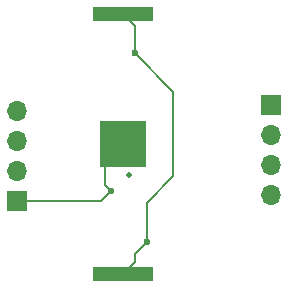
<source format=gbr>
%TF.GenerationSoftware,KiCad,Pcbnew,7.0.8*%
%TF.CreationDate,2023-11-02T17:05:13-04:00*%
%TF.ProjectId,BoostCircuit,426f6f73-7443-4697-9263-7569742e6b69,rev?*%
%TF.SameCoordinates,Original*%
%TF.FileFunction,Copper,L2,Bot*%
%TF.FilePolarity,Positive*%
%FSLAX46Y46*%
G04 Gerber Fmt 4.6, Leading zero omitted, Abs format (unit mm)*
G04 Created by KiCad (PCBNEW 7.0.8) date 2023-11-02 17:05:13*
%MOMM*%
%LPD*%
G01*
G04 APERTURE LIST*
%TA.AperFunction,ComponentPad*%
%ADD10R,1.700000X1.700000*%
%TD*%
%TA.AperFunction,ComponentPad*%
%ADD11O,1.700000X1.700000*%
%TD*%
%TA.AperFunction,ComponentPad*%
%ADD12C,0.499999*%
%TD*%
%TA.AperFunction,SMDPad,CuDef*%
%ADD13R,5.080000X1.270000*%
%TD*%
%TA.AperFunction,SMDPad,CuDef*%
%ADD14R,3.962400X3.962400*%
%TD*%
%TA.AperFunction,ViaPad*%
%ADD15C,0.600000*%
%TD*%
%TA.AperFunction,Conductor*%
%ADD16C,0.200000*%
%TD*%
G04 APERTURE END LIST*
D10*
%TO.P,J2,1,Pin_1*%
%TO.N,N/C*%
X144000000Y-99170000D03*
D11*
%TO.P,J2,2,Pin_2*%
X144000000Y-101710000D03*
%TO.P,J2,3,Pin_3*%
X144000000Y-104250000D03*
%TO.P,J2,4,Pin_4*%
X144000000Y-106790000D03*
%TD*%
D10*
%TO.P,J1,1,Pin_1*%
%TO.N,GND*%
X122500000Y-107290000D03*
D11*
%TO.P,J1,2,Pin_2*%
%TO.N,/Vout+*%
X122500000Y-104750000D03*
%TO.P,J1,3,Pin_3*%
X122500000Y-102210000D03*
%TO.P,J1,4,Pin_4*%
%TO.N,GND*%
X122500000Y-99670000D03*
%TD*%
D12*
%TO.P,U1,V*%
%TO.N,GND*%
X131969999Y-103940001D03*
X131969999Y-105039999D03*
%TD*%
D13*
%TO.P,B1,1,1*%
%TO.N,Net-(U1-EN)*%
X131500000Y-113415500D03*
%TO.P,B1,2,2*%
X131500000Y-91444500D03*
D14*
%TO.P,B1,3,3*%
%TO.N,GND*%
X131500000Y-102430000D03*
%TD*%
D15*
%TO.N,GND*%
X130500000Y-106430000D03*
X131000000Y-102000000D03*
%TO.N,Net-(U1-EN)*%
X133500000Y-110750000D03*
X132500000Y-94750000D03*
%TD*%
D16*
%TO.N,GND*%
X131000000Y-102000000D02*
X130000000Y-103000000D01*
X130500000Y-106430000D02*
X129640000Y-107290000D01*
X130000000Y-105930000D02*
X130500000Y-106430000D01*
X129640000Y-107290000D02*
X122500000Y-107290000D01*
X130000000Y-103000000D02*
X130000000Y-105930000D01*
%TO.N,Net-(U1-EN)*%
X133500000Y-110750000D02*
X133500000Y-107430000D01*
X132500000Y-112415500D02*
X131500000Y-113415500D01*
X132500000Y-92444500D02*
X131500000Y-91444500D01*
X132500000Y-94750000D02*
X132500000Y-92444500D01*
X133500000Y-107430000D02*
X135750000Y-105180000D01*
X132500000Y-111750000D02*
X132500000Y-112415500D01*
X133500000Y-110750000D02*
X132500000Y-111750000D01*
X135750000Y-105180000D02*
X135750000Y-98000000D01*
X135750000Y-98000000D02*
X132500000Y-94750000D01*
%TD*%
M02*

</source>
